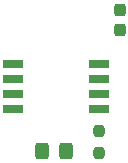
<source format=gbr>
G04 #@! TF.GenerationSoftware,KiCad,Pcbnew,8.0.1*
G04 #@! TF.CreationDate,2025-03-18T23:24:49-06:00*
G04 #@! TF.ProjectId,AlcoholSensor_Rev3,416c636f-686f-46c5-9365-6e736f725f52,rev?*
G04 #@! TF.SameCoordinates,Original*
G04 #@! TF.FileFunction,Paste,Top*
G04 #@! TF.FilePolarity,Positive*
%FSLAX46Y46*%
G04 Gerber Fmt 4.6, Leading zero omitted, Abs format (unit mm)*
G04 Created by KiCad (PCBNEW 8.0.1) date 2025-03-18 23:24:49*
%MOMM*%
%LPD*%
G01*
G04 APERTURE LIST*
G04 Aperture macros list*
%AMRoundRect*
0 Rectangle with rounded corners*
0 $1 Rounding radius*
0 $2 $3 $4 $5 $6 $7 $8 $9 X,Y pos of 4 corners*
0 Add a 4 corners polygon primitive as box body*
4,1,4,$2,$3,$4,$5,$6,$7,$8,$9,$2,$3,0*
0 Add four circle primitives for the rounded corners*
1,1,$1+$1,$2,$3*
1,1,$1+$1,$4,$5*
1,1,$1+$1,$6,$7*
1,1,$1+$1,$8,$9*
0 Add four rect primitives between the rounded corners*
20,1,$1+$1,$2,$3,$4,$5,0*
20,1,$1+$1,$4,$5,$6,$7,0*
20,1,$1+$1,$6,$7,$8,$9,0*
20,1,$1+$1,$8,$9,$2,$3,0*%
G04 Aperture macros list end*
%ADD10RoundRect,0.237500X-0.237500X0.300000X-0.237500X-0.300000X0.237500X-0.300000X0.237500X0.300000X0*%
%ADD11RoundRect,0.237500X0.237500X-0.250000X0.237500X0.250000X-0.237500X0.250000X-0.237500X-0.250000X0*%
%ADD12R,1.700000X0.650000*%
%ADD13RoundRect,0.250000X-0.325000X-0.450000X0.325000X-0.450000X0.325000X0.450000X-0.325000X0.450000X0*%
G04 APERTURE END LIST*
D10*
X186120000Y-75495000D03*
X186120000Y-77220000D03*
D11*
X184410000Y-87590000D03*
X184410000Y-85765000D03*
D12*
X177110000Y-80040000D03*
X177110000Y-81310000D03*
X177110000Y-82580000D03*
X177110000Y-83850000D03*
X184410000Y-83850000D03*
X184410000Y-82580000D03*
X184410000Y-81310000D03*
X184410000Y-80040000D03*
D13*
X179560000Y-87410000D03*
X181610000Y-87410000D03*
M02*

</source>
